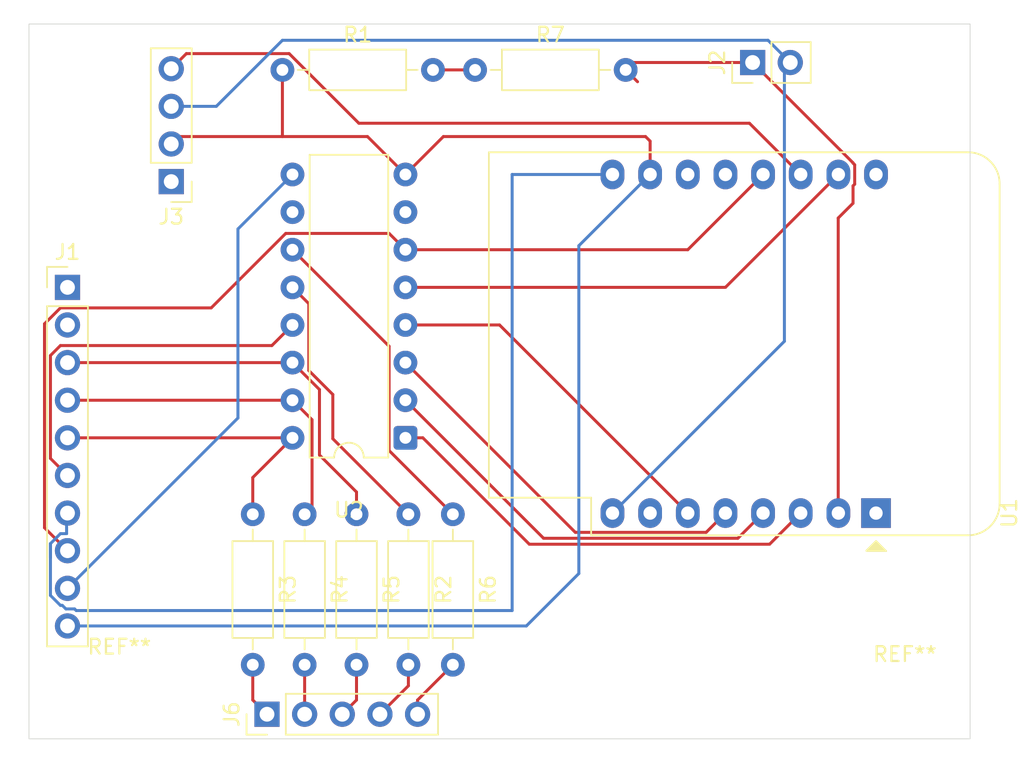
<source format=kicad_pcb>
(kicad_pcb (version 20241229) (generator "pcbnew") (generator_version "9.0")
  (layers (0 "F.Cu" signal) (2 "B.Cu" signal) (13 "F.Paste" user) (15 "B.Paste" user) (5 "F.SilkS" user "F.Silkscreen") (7 "B.SilkS" user "B.Silkscreen") (1 "F.Mask" user) (3 "B.Mask" user) (25 "Edge.Cuts" user))
  (net 0 "")
  (net 2 "/FAN_L")
  (net 4 "/12V")
  (net 5 "/COMP")
  (net 6 "+5V")
  (net 7 "GND")
  (net 8 "/FAN_H")
  (net 9 "/FL1")
  (net 10 "/FAN_M")
  (net 11 "/NTC_R")
  (net 12 "/HUM_DATA")
  (net 13 "+3.3V")
  (net 14 "Net-(R1-Pad2)")
  (net 15 "/COMP_CMD")
  (net 17 "/FAN_H_CMD")
  (net 18 "Net-(U1-RX)")
  (net 22 "/FAN_M_CMD")
  (net 24 "/FAN_L_CMD")
  (net 25 "Net-(U2-O5)")
  (net 26 "/Fan Low")
  (net 27 "/Bucket Full")
  (net 28 "/Fan High")
  (net 29 "/Fan Medium")
  (net 30 "/Dehum Req")
  (net 32 "Net-(U2-O6)")
  (footprint "Connector_PinHeader_2.54mm:PinHeader_1x02_P2.54mm_Vertical" (layer "F.Cu") (at 74.225 28 90)
    (property "Reference" "J2" (at 0 -2.38 90) (layer "F.SilkS"))
    (property "Value" "EVAP_TEMP")
    (fp_line (start -1.38 -1.38) (end 0 -1.38) (stroke (width 0.12)) (layer "F.SilkS"))
    (fp_line (start -1.38 0) (end -1.38 -1.38) (stroke (width 0.12)) (layer "F.SilkS"))
    (fp_line (start 1.38 1.27) (end 1.38 3.92) (stroke (width 0.12)) (layer "F.SilkS"))
    (fp_line (start -1.38 1.27) (end 1.38 1.27) (stroke (width 0.12)) (layer "F.SilkS"))
    (fp_line (start -1.38 1.27) (end -1.38 3.92) (stroke (width 0.12)) (layer "F.SilkS"))
    (fp_line (start -1.38 3.92) (end 1.38 3.92) (stroke (width 0.12)) (layer "F.SilkS"))
    (pad "1" thru_hole rect (at 0 0 90) (size 1.7 1.7) (drill 1) (layers "*.Cu" "*.Mask") (net 11 "/NTC_R"))
    (pad "2" thru_hole circle (at 0 2.54 90) (size 1.7 1.7) (drill 1) (layers "*.Cu" "*.Mask") (net 13 "+3.3V"))
  )
  (footprint "Connector_PinHeader_2.54mm:PinHeader_1x10_P2.54mm_Vertical" (layer "F.Cu") (at 28 43.18)
    (property "Reference" "J1" (at 0 -2.38 0) (layer "F.SilkS"))
    (property "Value" "To Power and Relay Board" (hide yes))
    (fp_line (start -1.38 -1.38) (end 0 -1.38) (stroke (width 0.12)) (layer "F.SilkS"))
    (fp_line (start -1.38 0) (end -1.38 -1.38) (stroke (width 0.12)) (layer "F.SilkS"))
    (fp_line (start -1.38 1.27) (end -1.38 24.24) (stroke (width 0.12)) (layer "F.SilkS"))
    (fp_line (start -1.38 1.27) (end 1.38 1.27) (stroke (width 0.12)) (layer "F.SilkS"))
    (fp_line (start -1.38 24.24) (end 1.38 24.24) (stroke (width 0.12)) (layer "F.SilkS"))
    (fp_line (start 1.38 1.27) (end 1.38 24.24) (stroke (width 0.12)) (layer "F.SilkS"))
    (pad "1" thru_hole rect (at 0 0) (size 1.7 1.7) (drill 1) (layers "*.Cu" "*.Mask"))
    (pad "2" thru_hole circle (at 0 2.54) (size 1.7 1.7) (drill 1) (layers "*.Cu" "*.Mask"))
    (pad "3" thru_hole circle (at 0 5.08) (size 1.7 1.7) (drill 1) (layers "*.Cu" "*.Mask") (net 2 "/FAN_L"))
    (pad "4" thru_hole circle (at 0 7.62) (size 1.7 1.7) (drill 1) (layers "*.Cu" "*.Mask") (net 10 "/FAN_M"))
    (pad "5" thru_hole circle (at 0 10.16) (size 1.7 1.7) (drill 1) (layers "*.Cu" "*.Mask") (net 8 "/FAN_H"))
    (pad "6" thru_hole circle (at 0 12.7) (size 1.7 1.7) (drill 1) (layers "*.Cu" "*.Mask") (net 5 "/COMP"))
    (pad "7" thru_hole circle (at 0 15.24) (size 1.7 1.7) (drill 1) (layers "*.Cu" "*.Mask") (net 6 "+5V"))
    (pad "8" thru_hole circle (at 0 17.78) (size 1.7 1.7) (drill 1) (layers "*.Cu" "*.Mask") (net 9 "/FL1"))
    (pad "9" thru_hole circle (at 0 20.32) (size 1.7 1.7) (drill 1) (layers "*.Cu" "*.Mask") (net 4 "/12V"))
    (pad "10" thru_hole circle (at 0 22.86) (size 1.7 1.7) (drill 1) (layers "*.Cu" "*.Mask") (net 7 "GND"))
  )
  (footprint "Package_DIP:DIP-16_W7.62mm" (layer "F.Cu") (at 50.8 53.34 180)
    (property "Reference" "U2" (at 3.81 -4.87 0) (layer "F.SilkS"))
    (property "Value" "ULN2003A")
    (fp_line (start 6.46 19.11) (end 6.46 -1.33) (stroke (width 0.12)) (layer "F.SilkS"))
    (fp_line (start 6.46 -1.33) (end 4.81 -1.33) (stroke (width 0.12)) (layer "F.SilkS"))
    (fp_line (start 2.81 -1.33) (end 1.16 -1.33) (stroke (width 0.12)) (layer "F.SilkS"))
    (fp_line (start 1.16 19.11) (end 6.46 19.11) (stroke (width 0.12)) (layer "F.SilkS"))
    (fp_line (start 1.16 -1.33) (end 1.16 19.11) (stroke (width 0.12)) (layer "F.SilkS"))
    (fp_arc (start 4.81 -1.33) (mid 3.81 -0.33) (end 2.81 -1.33) (stroke (width 0.12)) (layer "F.SilkS"))
    (pad "1" thru_hole roundrect (at 0 0 180) (size 1.6 1.6) (drill 0.8) (layers "*.Cu" "*.Mask") (roundrect_rratio 0.15625) (net 17 "/FAN_H_CMD"))
    (pad "2" thru_hole circle (at 0 2.54 180) (size 1.6 1.6) (drill 0.8) (layers "*.Cu" "*.Mask") (net 22 "/FAN_M_CMD"))
    (pad "3" thru_hole circle (at 0 5.08 180) (size 1.6 1.6) (drill 0.8) (layers "*.Cu" "*.Mask") (net 24 "/FAN_L_CMD"))
    (pad "4" thru_hole circle (at 0 7.62 180) (size 1.6 1.6) (drill 0.8) (layers "*.Cu" "*.Mask") (net 15 "/COMP_CMD"))
    (pad "5" thru_hole circle (at 0 10.16 180) (size 1.6 1.6) (drill 0.8) (layers "*.Cu" "*.Mask") (net 18 "Net-(U1-RX)"))
    (pad "6" thru_hole circle (at 0 12.7 180) (size 1.6 1.6) (drill 0.8) (layers "*.Cu" "*.Mask") (net 9 "/FL1"))
    (pad "7" thru_hole circle (at 0 15.24 180) (size 1.6 1.6) (drill 0.8) (layers "*.Cu" "*.Mask"))
    (pad "8" thru_hole circle (at 0 17.78 180) (size 1.6 1.6) (drill 0.8) (layers "*.Cu" "*.Mask") (net 7 "GND"))
    (pad "9" thru_hole circle (at 7.62 17.78 180) (size 1.6 1.6) (drill 0.8) (layers "*.Cu" "*.Mask") (net 4 "/12V"))
    (pad "10" thru_hole circle (at 7.62 15.24 180) (size 1.6 1.6) (drill 0.8) (layers "*.Cu" "*.Mask"))
    (pad "11" thru_hole circle (at 7.62 12.7 180) (size 1.6 1.6) (drill 0.8) (layers "*.Cu" "*.Mask") (net 32 "Net-(U2-O6)"))
    (pad "12" thru_hole circle (at 7.62 10.16 180) (size 1.6 1.6) (drill 0.8) (layers "*.Cu" "*.Mask") (net 25 "Net-(U2-O5)"))
    (pad "13" thru_hole circle (at 7.62 7.62 180) (size 1.6 1.6) (drill 0.8) (layers "*.Cu" "*.Mask") (net 5 "/COMP"))
    (pad "14" thru_hole circle (at 7.62 5.08 180) (size 1.6 1.6) (drill 0.8) (layers "*.Cu" "*.Mask") (net 2 "/FAN_L"))
    (pad "15" thru_hole circle (at 7.62 2.54 180) (size 1.6 1.6) (drill 0.8) (layers "*.Cu" "*.Mask") (net 10 "/FAN_M"))
    (pad "16" thru_hole circle (at 7.62 0 180) (size 1.6 1.6) (drill 0.8) (layers "*.Cu" "*.Mask") (net 8 "/FAN_H"))
  )
  (footprint "Resistor_THT:R_Axial_DIN0207_L6.3mm_D2.5mm_P10.16mm_Horizontal" (layer "F.Cu") (at 54 58.5 -90)
    (property "Reference" "R6" (at 5.08 -2.37 90) (layer "F.SilkS"))
    (property "Value" "1K")
    (fp_line (start 1.04 0) (end 1.81 0) (stroke (width 0.12)) (layer "F.SilkS"))
    (fp_line (start 9.12 0) (end 8.35 0) (stroke (width 0.12)) (layer "F.SilkS"))
    (fp_rect (start 1.81 -1.37) (end 8.35 1.37) (stroke (width 0.12)) (fill no) (layer "F.SilkS"))
    (pad "1" thru_hole circle (at 0 0 270) (size 1.6 1.6) (drill 0.8) (layers "*.Cu" "*.Mask") (net 32 "Net-(U2-O6)"))
    (pad "2" thru_hole circle (at 10.16 0 270) (size 1.6 1.6) (drill 0.8) (layers "*.Cu" "*.Mask") (net 27 "/Bucket Full"))
  )
  (footprint "Resistor_THT:R_Axial_DIN0207_L6.3mm_D2.5mm_P10.16mm_Horizontal" (layer "F.Cu") (at 42.5 28.5)
    (property "Reference" "R1" (at 5.08 -2.37 0) (layer "F.SilkS"))
    (property "Value" "10k")
    (fp_line (start 1.04 0) (end 1.81 0) (stroke (width 0.12)) (layer "F.SilkS"))
    (fp_line (start 9.12 0) (end 8.35 0) (stroke (width 0.12)) (layer "F.SilkS"))
    (fp_rect (start 1.81 -1.37) (end 8.35 1.37) (stroke (width 0.12)) (fill no) (layer "F.SilkS"))
    (pad "1" thru_hole circle (at 0 0) (size 1.6 1.6) (drill 0.8) (layers "*.Cu" "*.Mask") (net 7 "GND"))
    (pad "2" thru_hole circle (at 10.16 0) (size 1.6 1.6) (drill 0.8) (layers "*.Cu" "*.Mask") (net 14 "Net-(R1-Pad2)"))
  )
  (footprint "Resistor_THT:R_Axial_DIN0207_L6.3mm_D2.5mm_P10.16mm_Horizontal" (layer "F.Cu") (at 47.5 58.5 -90)
    (property "Reference" "R5" (at 5.08 -2.37 90) (layer "F.SilkS"))
    (property "Value" "1K")
    (fp_line (start 1.04 0) (end 1.81 0) (stroke (width 0.12)) (layer "F.SilkS"))
    (fp_line (start 9.12 0) (end 8.35 0) (stroke (width 0.12)) (layer "F.SilkS"))
    (fp_rect (start 1.81 -1.37) (end 8.35 1.37) (stroke (width 0.12)) (fill no) (layer "F.SilkS"))
    (pad "1" thru_hole circle (at 0 0 270) (size 1.6 1.6) (drill 0.8) (layers "*.Cu" "*.Mask") (net 2 "/FAN_L"))
    (pad "2" thru_hole circle (at 10.16 0 270) (size 1.6 1.6) (drill 0.8) (layers "*.Cu" "*.Mask") (net 26 "/Fan Low"))
  )
  (footprint "Resistor_THT:R_Axial_DIN0207_L6.3mm_D2.5mm_P10.16mm_Horizontal" (layer "F.Cu") (at 55.5 28.5)
    (property "Reference" "R7" (at 5.08 -2.37 0) (layer "F.SilkS"))
    (property "Value" "10k")
    (fp_line (start 1.04 0) (end 1.81 0) (stroke (width 0.12)) (layer "F.SilkS"))
    (fp_line (start 9.12 0) (end 8.35 0) (stroke (width 0.12)) (layer "F.SilkS"))
    (fp_rect (start 1.81 -1.37) (end 8.35 1.37) (stroke (width 0.12)) (fill no) (layer "F.SilkS"))
    (pad "1" thru_hole circle (at 0 0) (size 1.6 1.6) (drill 0.8) (layers "*.Cu" "*.Mask") (net 14 "Net-(R1-Pad2)"))
    (pad "2" thru_hole circle (at 10.16 0) (size 1.6 1.6) (drill 0.8) (layers "*.Cu" "*.Mask") (net 11 "/NTC_R"))
  )
  (footprint "Resistor_THT:R_Axial_DIN0207_L6.3mm_D2.5mm_P10.16mm_Horizontal" (layer "F.Cu") (at 40.5 58.5 -90)
    (property "Reference" "R3" (at 5.08 -2.37 90) (layer "F.SilkS"))
    (property "Value" "1K")
    (fp_line (start 1.04 0) (end 1.81 0) (stroke (width 0.12)) (layer "F.SilkS"))
    (fp_line (start 9.12 0) (end 8.35 0) (stroke (width 0.12)) (layer "F.SilkS"))
    (fp_rect (start 1.81 -1.37) (end 8.35 1.37) (stroke (width 0.12)) (fill no) (layer "F.SilkS"))
    (pad "1" thru_hole circle (at 0 0 270) (size 1.6 1.6) (drill 0.8) (layers "*.Cu" "*.Mask") (net 8 "/FAN_H"))
    (pad "2" thru_hole circle (at 10.16 0 270) (size 1.6 1.6) (drill 0.8) (layers "*.Cu" "*.Mask") (net 28 "/Fan High"))
  )
  (footprint "Connector_PinHeader_2.54mm:PinHeader_1x04_P2.54mm_Vertical" (layer "F.Cu") (at 35 36.04 180)
    (property "Reference" "J3" (at 0 -2.38 180) (layer "F.SilkS"))
    (property "Value" "INTAKE_HUM_TEMP")
    (fp_line (start 1.38 1.27) (end 1.38 9) (stroke (width 0.12)) (layer "F.SilkS"))
    (fp_line (start -1.38 9) (end 1.38 9) (stroke (width 0.12)) (layer "F.SilkS"))
    (fp_line (start -1.38 1.27) (end 1.38 1.27) (stroke (width 0.12)) (layer "F.SilkS"))
    (fp_line (start -1.38 1.27) (end -1.38 9) (stroke (width 0.12)) (layer "F.SilkS"))
    (fp_line (start -1.38 0) (end -1.38 -1.38) (stroke (width 0.12)) (layer "F.SilkS"))
    (fp_line (start -1.38 -1.38) (end 0 -1.38) (stroke (width 0.12)) (layer "F.SilkS"))
    (pad "1" thru_hole rect (at 0 0 180) (size 1.7 1.7) (drill 1) (layers "*.Cu" "*.Mask"))
    (pad "2" thru_hole circle (at 0 2.54 180) (size 1.7 1.7) (drill 1) (layers "*.Cu" "*.Mask") (net 7 "GND"))
    (pad "3" thru_hole circle (at 0 5.08 180) (size 1.7 1.7) (drill 1) (layers "*.Cu" "*.Mask") (net 13 "+3.3V"))
    (pad "4" thru_hole circle (at 0 7.62 180) (size 1.7 1.7) (drill 1) (layers "*.Cu" "*.Mask") (net 12 "/HUM_DATA"))
  )
  (footprint "RF_Module:WEMOS_D1_mini_light" (layer "F.Cu") (at 64.55 58.42 90)
    (property "Reference" "U1" (at 0 27 90) (layer "F.SilkS"))
    (property "Value" "WEMOS_D1_mini")
    (fp_line (start 24.36 -8.12) (end 24.36 24.21) (stroke (width 0.12)) (layer "F.SilkS"))
    (fp_line (start 1.04 -8.12) (end 24.36 -8.12) (stroke (width 0.12)) (layer "F.SilkS"))
    (fp_line (start 1.04 -1.22) (end 1.04 -8.12) (stroke (width 0.12)) (layer "F.SilkS"))
    (fp_line (start -1.5 -1.22) (end 1.04 -1.22) (stroke (width 0.12)) (layer "F.SilkS"))
    (fp_line (start -1.5 -1.22) (end -1.5 24.21) (stroke (width 0.12)) (layer "F.SilkS"))
    (fp_line (start 22.24 26.34) (end 0.63 26.34) (stroke (width 0.12)) (layer "F.SilkS"))
    (fp_arc (start 24.36 24.21) (mid 23.736137 25.716137) (end 22.23 26.34) (stroke (width 0.12)) (layer "F.SilkS"))
    (fp_arc (start 0.63 26.34) (mid -0.876137 25.716137) (end -1.5 24.21) (stroke (width 0.12)) (layer "F.SilkS"))
    (fp_poly (pts (xy -2.54 18.635) (xy -2.54 17.365) (xy -1.905 18)) (stroke (width 0.15)) (fill yes) (layer "F.SilkS"))
    (pad "1" thru_hole rect (at 0 18 90) (size 2 2) (drill 0.9) (layers "*.Cu" "*.Mask"))
    (pad "2" thru_hole oval (at 0 15.46 90) (size 2 1.6) (drill 0.9) (layers "*.Cu" "*.Mask") (net 11 "/NTC_R"))
    (pad "3" thru_hole oval (at 0 12.92 90) (size 2 1.6) (drill 0.9) (layers "*.Cu" "*.Mask") (net 17 "/FAN_H_CMD"))
    (pad "4" thru_hole oval (at 0 10.38 90) (size 2 1.6) (drill 0.9) (layers "*.Cu" "*.Mask") (net 22 "/FAN_M_CMD"))
    (pad "5" thru_hole oval (at 0 7.84 90) (size 2 1.6) (drill 0.9) (layers "*.Cu" "*.Mask") (net 24 "/FAN_L_CMD"))
    (pad "6" thru_hole oval (at 0 5.3 90) (size 2 1.6) (drill 0.9) (layers "*.Cu" "*.Mask") (net 15 "/COMP_CMD"))
    (pad "7" thru_hole oval (at 0 2.76 90) (size 2 1.6) (drill 0.9) (layers "*.Cu" "*.Mask"))
    (pad "8" thru_hole oval (at 0 0.22 90) (size 2 1.6) (drill 0.9) (layers "*.Cu" "*.Mask") (net 13 "+3.3V"))
    (pad "9" thru_hole oval (at 22.86 0.22 90) (size 2 1.6) (drill 0.9) (layers "*.Cu" "*.Mask") (net 6 "+5V"))
    (pad "10" thru_hole oval (at 22.86 2.76 90) (size 2 1.6) (drill 0.9) (layers "*.Cu" "*.Mask") (net 7 "GND"))
    (pad "11" thru_hole oval (at 22.86 5.3 90) (size 2 1.6) (drill 0.9) (layers "*.Cu" "*.Mask"))
    (pad "12" thru_hole oval (at 22.86 7.84 90) (size 2 1.6) (drill 0.9) (layers "*.Cu" "*.Mask"))
    (pad "13" thru_hole oval (at 22.86 10.38 90) (size 2 1.6) (drill 0.9) (layers "*.Cu" "*.Mask") (net 9 "/FL1"))
    (pad "14" thru_hole oval (at 22.86 12.92 90) (size 2 1.6) (drill 0.9) (layers "*.Cu" "*.Mask") (net 12 "/HUM_DATA"))
    (pad "15" thru_hole oval (at 22.86 15.46 90) (size 2 1.6) (drill 0.9) (layers "*.Cu" "*.Mask") (net 18 "Net-(U1-RX)"))
    (pad "16" thru_hole oval (at 22.86 18 90) (size 2 1.6) (drill 0.9) (layers "*.Cu" "*.Mask"))
  )
  (footprint "MountingHole:MountingHole_2.1mm" (layer "F.Cu") (at 84.5 71)
    (property "Reference" "REF**" (at 0 -3.05 0) (layer "F.SilkS"))
    (property "Value" "MountingHole_2.1mm")
    (pad "" np_thru_hole circle (at 0 0) (size 2.1 2.1) (drill 2.1) (layers "*.Cu" "*.Mask"))
  )
  (footprint "Connector_PinHeader_2.54mm:PinHeader_1x05_P2.54mm_Vertical" (layer "F.Cu") (at 41.46 72 90)
    (property "Reference" "J6" (at 0 -2.38 90) (layer "F.SilkS"))
    (property "Value" "LEDs")
    (fp_line (start -1.38 -1.38) (end 0 -1.38) (stroke (width 0.12)) (layer "F.SilkS"))
    (fp_line (start -1.38 0) (end -1.38 -1.38) (stroke (width 0.12)) (layer "F.SilkS"))
    (fp_line (start 1.38 1.27) (end 1.38 11.54) (stroke (width 0.12)) (layer "F.SilkS"))
    (fp_line (start -1.38 1.27) (end 1.38 1.27) (stroke (width 0.12)) (layer "F.SilkS"))
    (fp_line (start -1.38 1.27) (end -1.38 11.54) (stroke (width 0.12)) (layer "F.SilkS"))
    (fp_line (start -1.38 11.54) (end 1.38 11.54) (stroke (width 0.12)) (layer "F.SilkS"))
    (pad "1" thru_hole rect (at 0 0 90) (size 1.7 1.7) (drill 1) (layers "*.Cu" "*.Mask") (net 28 "/Fan High"))
    (pad "2" thru_hole circle (at 0 2.54 90) (size 1.7 1.7) (drill 1) (layers "*.Cu" "*.Mask") (net 29 "/Fan Medium"))
    (pad "3" thru_hole circle (at 0 5.08 90) (size 1.7 1.7) (drill 1) (layers "*.Cu" "*.Mask") (net 26 "/Fan Low"))
    (pad "4" thru_hole circle (at 0 7.62 90) (size 1.7 1.7) (drill 1) (layers "*.Cu" "*.Mask") (net 30 "/Dehum Req"))
    (pad "5" thru_hole circle (at 0 10.16 90) (size 1.7 1.7) (drill 1) (layers "*.Cu" "*.Mask") (net 27 "/Bucket Full"))
  )
  (footprint "Resistor_THT:R_Axial_DIN0207_L6.3mm_D2.5mm_P10.16mm_Horizontal" (layer "F.Cu") (at 51 58.5 -90)
    (property "Reference" "R2" (at 5.08 -2.37 90) (layer "F.SilkS"))
    (property "Value" "1K")
    (fp_line (start 1.04 0) (end 1.81 0) (stroke (width 0.12)) (layer "F.SilkS"))
    (fp_line (start 9.12 0) (end 8.35 0) (stroke (width 0.12)) (layer "F.SilkS"))
    (fp_rect (start 1.81 -1.37) (end 8.35 1.37) (stroke (width 0.12)) (fill no) (layer "F.SilkS"))
    (pad "1" thru_hole circle (at 0 0 270) (size 1.6 1.6) (drill 0.8) (layers "*.Cu" "*.Mask") (net 25 "Net-(U2-O5)"))
    (pad "2" thru_hole circle (at 10.16 0 270) (size 1.6 1.6) (drill 0.8) (layers "*.Cu" "*.Mask") (net 30 "/Dehum Req"))
  )
  (footprint "Resistor_THT:R_Axial_DIN0207_L6.3mm_D2.5mm_P10.16mm_Horizontal" (layer "F.Cu") (at 44 58.5 -90)
    (property "Reference" "R4" (at 5.08 -2.37 90) (layer "F.SilkS"))
    (property "Value" "1K")
    (fp_line (start 1.04 0) (end 1.81 0) (stroke (width 0.12)) (layer "F.SilkS"))
    (fp_line (start 9.12 0) (end 8.35 0) (stroke (width 0.12)) (layer "F.SilkS"))
    (fp_rect (start 1.81 -1.37) (end 8.35 1.37) (stroke (width 0.12)) (fill no) (layer "F.SilkS"))
    (pad "1" thru_hole circle (at 0 0 270) (size 1.6 1.6) (drill 0.8) (layers "*.Cu" "*.Mask") (net 10 "/FAN_M"))
    (pad "2" thru_hole circle (at 10.16 0 270) (size 1.6 1.6) (drill 0.8) (layers "*.Cu" "*.Mask") (net 29 "/Fan Medium"))
  )
  (footprint "MountingHole:MountingHole_2.1mm" (layer "F.Cu") (at 31.5 70.5)
    (property "Reference" "REF**" (at 0 -3.05 0) (layer "F.SilkS"))
    (property "Value" "MountingHole_2.1mm")
    (pad "" np_thru_hole circle (at 0 0) (size 2.1 2.1) (drill 2.1) (layers "*.Cu" "*.Mask"))
  )
  (gr_rect (start 25.4 25.4) (end 88.9 73.66) (stroke (width 0.05)) (fill no) (layer "Edge.Cuts"))
  (segment (start 47.5 57) (end 45 54.5) (width 0.2) (layer "F.Cu") (net 2))
  (segment (start 45 54.5) (end 45 50.08) (width 0.2) (layer "F.Cu") (net 2))
  (segment (start 45 50.08) (end 43.18 48.26) (width 0.2) (layer "F.Cu") (net 2))
  (segment (start 27.94 48.26) (end 43.18 48.26) (width 0.2) (layer "F.Cu") (net 2))
  (segment (start 47.5 58.5) (end 47.5 57) (width 0.2) (layer "F.Cu") (net 2))
  (segment (start 39.5 39.24) (end 43.18 35.56) (width 0.2) (layer "B.Cu") (net 4))
  (segment (start 39.5 52) (end 39.5 39.24) (width 0.2) (layer "B.Cu") (net 4))
  (segment (start 28 63.5) (end 39.5 52) (width 0.2) (layer "B.Cu") (net 4))
  (segment (start 28 55.88) (end 26.849 54.729) (width 0.2) (layer "F.Cu") (net 5))
  (segment (start 41.791 47.109) (end 43.18 45.72) (width 0.2) (layer "F.Cu") (net 5))
  (segment (start 26.849 54.729) (end 26.849 47.78324) (width 0.2) (layer "F.Cu") (net 5))
  (segment (start 26.849 47.78324) (end 27.52324 47.109) (width 0.2) (layer "F.Cu") (net 5))
  (segment (start 27.52324 47.109) (end 41.791 47.109) (width 0.2) (layer "F.Cu") (net 5))
  (segment (start 27.94 58.42) (end 27.94 59.809) (width 0.2) (layer "B.Cu") (net 6))
  (segment (start 27.52324 59.809) (end 26.849 60.48324) (width 0.2) (layer "B.Cu") (net 6))
  (segment (start 26.849 60.48324) (end 26.849 63.97676) (width 0.2) (layer "B.Cu") (net 6))
  (segment (start 26.849 63.97676) (end 27.52324 64.651) (width 0.2) (layer "B.Cu") (net 6))
  (segment (start 27.94 59.809) (end 27.52324 59.809) (width 0.2) (layer "B.Cu") (net 6))
  (segment (start 28.47676 64.889) (end 28.58776 65) (width 0.2) (layer "B.Cu") (net 6))
  (segment (start 58 65) (end 58 35.56) (width 0.2) (layer "B.Cu") (net 6))
  (segment (start 27.651 64.651) (end 27.889 64.889) (width 0.2) (layer "B.Cu") (net 6))
  (segment (start 27.889 64.889) (end 28.47676 64.889) (width 0.2) (layer "B.Cu") (net 6))
  (segment (start 58 35.56) (end 64.77 35.56) (width 0.2) (layer "B.Cu") (net 6))
  (segment (start 27.52324 64.651) (end 27.651 64.651) (width 0.2) (layer "B.Cu") (net 6))
  (segment (start 28.58776 65) (end 58 65) (width 0.2) (layer "B.Cu") (net 6))
  (segment (start 26.849 60.48324) (end 26.849 61.43676) (width 0.2) (layer "B.Cu") (net 6))
  (segment (start 67 33) (end 67.31 33.31) (width 0.2) (layer "F.Cu") (net 7))
  (segment (start 35.5 33) (end 48.24 33) (width 0.2) (layer "F.Cu") (net 7))
  (segment (start 42.5 28.5) (end 42.5 33) (width 0.2) (layer "F.Cu") (net 7))
  (segment (start 53.36 33) (end 67 33) (width 0.2) (layer "F.Cu") (net 7))
  (segment (start 48.24 33) (end 50.8 35.56) (width 0.2) (layer "F.Cu") (net 7))
  (segment (start 67.31 33.31) (end 67.31 35.56) (width 0.2) (layer "F.Cu") (net 7))
  (segment (start 35 33.5) (end 35.5 33) (width 0.2) (layer "F.Cu") (net 7))
  (segment (start 50.8 35.56) (end 53.36 33) (width 0.2) (layer "F.Cu") (net 7))
  (segment (start 27.94 66.04) (end 58.96 66.04) (width 0.2) (layer "B.Cu") (net 7))
  (segment (start 58.96 66.04) (end 62.5 62.5) (width 0.2) (layer "B.Cu") (net 7))
  (segment (start 62.5 62.5) (end 62.5 40.37) (width 0.2) (layer "B.Cu") (net 7))
  (segment (start 62.5 40.37) (end 67.31 35.56) (width 0.2) (layer "B.Cu") (net 7))
  (segment (start 43.18 53.34) (end 27.94 53.34) (width 0.2) (layer "F.Cu") (net 8))
  (segment (start 40.5 56.02) (end 43.18 53.34) (width 0.2) (layer "F.Cu") (net 8))
  (segment (start 40.5 58.5) (end 40.5 56.02) (width 0.2) (layer "F.Cu") (net 8))
  (segment (start 27.52324 44.569) (end 37.69395 44.569) (width 0.2) (layer "F.Cu") (net 9))
  (segment (start 26.448 59.408) (end 26.448 45.64424) (width 0.2) (layer "F.Cu") (net 9))
  (segment (start 74.93 35.56) (end 69.85 40.64) (width 0.2) (layer "F.Cu") (net 9))
  (segment (start 28 60.96) (end 26.448 59.408) (width 0.2) (layer "F.Cu") (net 9))
  (segment (start 26.448 45.64424) (end 27.52324 44.569) (width 0.2) (layer "F.Cu") (net 9))
  (segment (start 37.69395 44.569) (end 42.72395 39.539) (width 0.2) (layer "F.Cu") (net 9))
  (segment (start 69.85 40.64) (end 50.8 40.64) (width 0.2) (layer "F.Cu") (net 9))
  (segment (start 49.699 39.539) (end 50.8 40.64) (width 0.2) (layer "F.Cu") (net 9))
  (segment (start 42.72395 39.539) (end 49.699 39.539) (width 0.2) (layer "F.Cu") (net 9))
  (segment (start 43.18 50.8) (end 27.94 50.8) (width 0.2) (layer "F.Cu") (net 10))
  (segment (start 44.5 58) (end 44.5 52.12) (width 0.2) (layer "F.Cu") (net 10))
  (segment (start 44.5 52.12) (end 43.18 50.8) (width 0.2) (layer "F.Cu") (net 10))
  (segment (start 44 58.5) (end 44.5 58) (width 0.2) (layer "F.Cu") (net 10))
  (segment (start 81 37.5) (end 80 38.5) (width 0.2) (layer "F.Cu") (net 11))
  (segment (start 80 38.5) (end 80 58.41) (width 0.2) (layer "F.Cu") (net 11))
  (segment (start 81 34.792951) (end 81.111 34.903951) (width 0.2) (layer "F.Cu") (net 11))
  (segment (start 66.16 28) (end 65.66 28.5) (width 0.2) (layer "F.Cu") (net 11))
  (segment (start 81.111 34.903951) (end 81.111 36.216049) (width 0.2) (layer "F.Cu") (net 11))
  (segment (start 81 34.775) (end 81 34.792951) (width 0.2) (layer "F.Cu") (net 11))
  (segment (start 81 36.327049) (end 81 37.5) (width 0.2) (layer "F.Cu") (net 11))
  (segment (start 66.459999 29.299999) (end 65.66 28.5) (width 0.2) (layer "F.Cu") (net 11))
  (segment (start 80 58.41) (end 80.01 58.42) (width 0.2) (layer "F.Cu") (net 11))
  (segment (start 74.225 28) (end 81 34.775) (width 0.2) (layer "F.Cu") (net 11))
  (segment (start 74.225 28) (end 66.16 28) (width 0.2) (layer "F.Cu") (net 11))
  (segment (start 81.111 36.216049) (end 81 36.327049) (width 0.2) (layer "F.Cu") (net 11))
  (segment (start 36.021 27.399) (end 35 28.42) (width 0.2) (layer "F.Cu") (net 12))
  (segment (start 77.47 35.56) (end 74.009 32.099) (width 0.2) (layer "F.Cu") (net 12))
  (segment (start 74.009 32.099) (end 47.65605 32.099) (width 0.2) (layer "F.Cu") (net 12))
  (segment (start 47.65605 32.099) (end 42.95605 27.399) (width 0.2) (layer "F.Cu") (net 12))
  (segment (start 42.95605 27.399) (end 36.021 27.399) (width 0.2) (layer "F.Cu") (net 12))
  (segment (start 42.5 26.5) (end 38.04 30.96) (width 0.2) (layer "B.Cu") (net 13))
  (segment (start 75.265 26.5) (end 42.5 26.5) (width 0.2) (layer "B.Cu") (net 13))
  (segment (start 76.369 28.396) (end 76.369 46.821) (width 0.2) (layer "B.Cu") (net 13))
  (segment (start 76.765 28) (end 76.369 28.396) (width 0.2) (layer "B.Cu") (net 13))
  (segment (start 76.765 28) (end 75.265 26.5) (width 0.2) (layer "B.Cu") (net 13))
  (segment (start 38.04 30.96) (end 35 30.96) (width 0.2) (layer "B.Cu") (net 13))
  (segment (start 76.369 46.821) (end 64.77 58.42) (width 0.2) (layer "B.Cu") (net 13))
  (segment (start 55.5 28.5) (end 52.66 28.5) (width 0.2) (layer "F.Cu") (net 14))
  (segment (start 69.85 58.42) (end 57.15 45.72) (width 0.2) (layer "F.Cu") (net 15))
  (segment (start 57.15 45.72) (end 50.8 45.72) (width 0.2) (layer "F.Cu") (net 15))
  (segment (start 77.47 58.42) (end 75.367 60.523) (width 0.2) (layer "F.Cu") (net 17))
  (segment (start 59.16005 60.523) (end 51.97705 53.34) (width 0.2) (layer "F.Cu") (net 17))
  (segment (start 75.367 60.523) (end 59.16005 60.523) (width 0.2) (layer "F.Cu") (net 17))
  (segment (start 51.97705 53.34) (end 50.8 53.34) (width 0.2) (layer "F.Cu") (net 17))
  (segment (start 72.39 43.18) (end 50.8 43.18) (width 0.2) (layer "F.Cu") (net 18))
  (segment (start 80.01 35.56) (end 72.39 43.18) (width 0.2) (layer "F.Cu") (net 18))
  (segment (start 73.228 60.122) (end 60.122 60.122) (width 0.2) (layer "F.Cu") (net 22))
  (segment (start 74.93 58.42) (end 73.228 60.122) (width 0.2) (layer "F.Cu") (net 22))
  (segment (start 60.122 60.122) (end 50.8 50.8) (width 0.2) (layer "F.Cu") (net 22))
  (segment (start 72.39 58.42) (end 71.089 59.721) (width 0.2) (layer "F.Cu") (net 24))
  (segment (start 62.261 59.721) (end 50.8 48.26) (width 0.2) (layer "F.Cu") (net 24))
  (segment (start 71.089 59.721) (end 62.261 59.721) (width 0.2) (layer "F.Cu") (net 24))
  (segment (start 51 58.5) (end 45.901 53.401) (width 0.2) (layer "F.Cu") (net 25))
  (segment (start 44.281 44.281) (end 43.18 43.18) (width 0.2) (layer "F.Cu") (net 25))
  (segment (start 45.901 53.401) (end 45.901 50.4139) (width 0.2) (layer "F.Cu") (net 25))
  (segment (start 45.901 50.4139) (end 44.281 48.7939) (width 0.2) (layer "F.Cu") (net 25))
  (segment (start 44.281 48.7939) (end 44.281 44.281) (width 0.2) (layer "F.Cu") (net 25))
  (segment (start 47.5 68.66) (end 47.5 71.04) (width 0.2) (layer "F.Cu") (net 26))
  (segment (start 47.5 71.04) (end 46.54 72) (width 0.2) (layer "F.Cu") (net 26))
  (segment (start 51.62 71.04) (end 51.62 72) (width 0.2) (layer "F.Cu") (net 27))
  (segment (start 54 68.66) (end 51.62 71.04) (width 0.2) (layer "F.Cu") (net 27))
  (segment (start 40.5 68.66) (end 40.5 71.04) (width 0.2) (layer "F.Cu") (net 28))
  (segment (start 40.5 71.04) (end 41.46 72) (width 0.2) (layer "F.Cu") (net 28))
  (segment (start 44 68.66) (end 44 72) (width 0.2) (layer "F.Cu") (net 29))
  (segment (start 51 70.08) (end 49.08 72) (width 0.2) (layer "F.Cu") (net 30))
  (segment (start 51 68.66) (end 51 70.08) (width 0.2) (layer "F.Cu") (net 30))
  (segment (start 49.699 47.159) (end 43.18 40.64) (width 0.2) (layer "F.Cu") (net 32))
  (segment (start 49.699 54.199) (end 49.699 47.159) (width 0.2) (layer "F.Cu") (net 32))
  (segment (start 54 58.5) (end 49.699 54.199) (width 0.2) (layer "F.Cu") (net 32))
)
</source>
